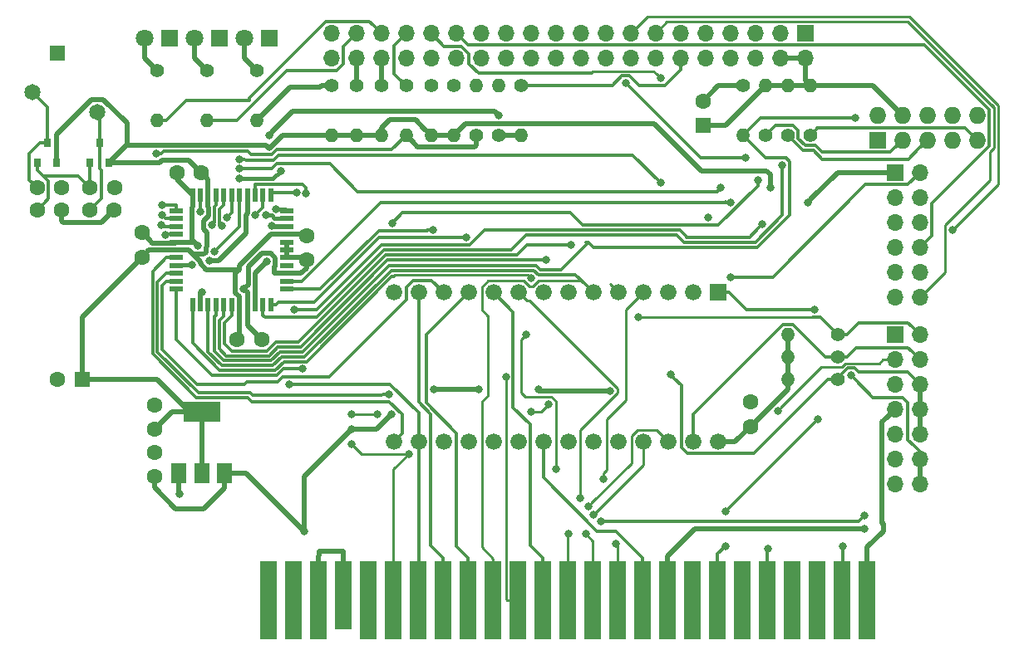
<source format=gbr>
G04 #@! TF.GenerationSoftware,KiCad,Pcbnew,(5.1.5)-3*
G04 #@! TF.CreationDate,2020-10-12T17:18:37+01:00*
G04 #@! TF.ProjectId,MSXPi1,4d535850-6931-42e6-9b69-6361645f7063,rev?*
G04 #@! TF.SameCoordinates,Original*
G04 #@! TF.FileFunction,Copper,L1,Top*
G04 #@! TF.FilePolarity,Positive*
%FSLAX46Y46*%
G04 Gerber Fmt 4.6, Leading zero omitted, Abs format (unit mm)*
G04 Created by KiCad (PCBNEW (5.1.5)-3) date 2020-10-12 17:18:37*
%MOMM*%
%LPD*%
G04 APERTURE LIST*
%ADD10C,1.800000*%
%ADD11R,1.800000X1.800000*%
%ADD12C,1.600000*%
%ADD13R,1.600000X1.600000*%
%ADD14O,1.400000X1.400000*%
%ADD15C,1.400000*%
%ADD16R,1.800000X8.000000*%
%ADD17R,1.800000X7.000000*%
%ADD18O,1.700000X1.700000*%
%ADD19R,1.700000X1.700000*%
%ADD20O,1.727200X1.727200*%
%ADD21R,1.727200X1.727200*%
%ADD22C,1.650000*%
%ADD23R,1.650000X1.650000*%
%ADD24R,0.800000X0.900000*%
%ADD25C,1.676400*%
%ADD26R,1.676400X1.676400*%
%ADD27R,1.500000X2.000000*%
%ADD28R,3.800000X2.000000*%
%ADD29R,0.508000X1.473200*%
%ADD30R,1.473200X0.508000*%
%ADD31C,0.800000*%
%ADD32C,0.500000*%
%ADD33C,0.350000*%
%ADD34C,0.300000*%
%ADD35C,0.250000*%
%ADD36C,0.400000*%
G04 APERTURE END LIST*
D10*
X113030000Y-70358000D03*
D11*
X115570000Y-70358000D03*
D12*
X164846000Y-76748000D03*
D13*
X164846000Y-79248000D03*
D14*
X129540000Y-80264000D03*
D15*
X129540000Y-75184000D03*
D12*
X107696000Y-90170000D03*
X107696000Y-92670000D03*
D16*
X120613296Y-127670829D03*
X123153296Y-127670829D03*
X125693296Y-127670829D03*
D17*
X128228216Y-127178069D03*
D16*
X130773296Y-127670829D03*
X133313296Y-127670829D03*
X135853296Y-127670829D03*
X138393296Y-127670829D03*
X140933296Y-127670829D03*
X143473296Y-127670829D03*
X146013296Y-127670829D03*
X148553296Y-127670829D03*
X151093296Y-127670829D03*
X153633296Y-127670829D03*
X156173296Y-127670829D03*
X158713296Y-127670829D03*
X161253296Y-127670829D03*
X163793296Y-127670829D03*
X166333296Y-127670829D03*
X168873296Y-127670829D03*
X171413296Y-127670829D03*
X173953296Y-127670829D03*
X176493296Y-127670829D03*
X179033296Y-127670829D03*
X181573296Y-127670829D03*
D18*
X186944000Y-96774000D03*
X184404000Y-96774000D03*
X186944000Y-94234000D03*
X184404000Y-94234000D03*
X186944000Y-91694000D03*
X184404000Y-91694000D03*
X186944000Y-89154000D03*
X184404000Y-89154000D03*
X186944000Y-86614000D03*
X184404000Y-86614000D03*
X186944000Y-84074000D03*
D19*
X184404000Y-84074000D03*
D20*
X192786000Y-78232000D03*
X192786000Y-80772000D03*
X190246000Y-78232000D03*
X190246000Y-80772000D03*
X187706000Y-78232000D03*
X187706000Y-80772000D03*
X185166000Y-78232000D03*
X185166000Y-80772000D03*
X182626000Y-78232000D03*
D21*
X182626000Y-80772000D03*
D22*
X96560000Y-75882000D03*
X103160000Y-77882000D03*
D23*
X99060000Y-71882000D03*
D14*
X141732000Y-75184000D03*
D15*
X141732000Y-80264000D03*
D14*
X134620000Y-80264000D03*
D15*
X134620000Y-75184000D03*
D14*
X144018000Y-75184000D03*
D15*
X144018000Y-80264000D03*
D14*
X146304000Y-80264000D03*
D15*
X146304000Y-75184000D03*
D24*
X98044000Y-81042000D03*
X98994000Y-83042000D03*
X97094000Y-83042000D03*
X103378000Y-81042000D03*
X104328000Y-83042000D03*
X102428000Y-83042000D03*
D12*
X99528000Y-85598000D03*
X97028000Y-85598000D03*
X104902000Y-85598000D03*
X102402000Y-85598000D03*
X104862000Y-87884000D03*
X102362000Y-87884000D03*
X99528000Y-87884000D03*
X97028000Y-87884000D03*
D14*
X109220000Y-78740000D03*
D15*
X109220000Y-73660000D03*
D14*
X114300000Y-78740000D03*
D15*
X114300000Y-73660000D03*
D10*
X107950000Y-70358000D03*
D11*
X110490000Y-70358000D03*
D25*
X166370000Y-111506000D03*
X163830000Y-111506000D03*
X161290000Y-111506000D03*
X158750000Y-111506000D03*
X156210000Y-111506000D03*
X153670000Y-111506000D03*
X151130000Y-111506000D03*
X148590000Y-111506000D03*
X146050000Y-111506000D03*
X143510000Y-111506000D03*
X140970000Y-111506000D03*
X138430000Y-111506000D03*
X135890000Y-111506000D03*
X133350000Y-111506000D03*
X133350000Y-96266000D03*
X135890000Y-96266000D03*
X138430000Y-96266000D03*
X140970000Y-96266000D03*
X143510000Y-96266000D03*
X146050000Y-96266000D03*
X148590000Y-96266000D03*
X151130000Y-96266000D03*
X153670000Y-96266000D03*
X156210000Y-96266000D03*
X158750000Y-96266000D03*
X161290000Y-96266000D03*
X163830000Y-96266000D03*
D26*
X166370000Y-96266000D03*
D14*
X173482000Y-105156000D03*
D15*
X178562000Y-105156000D03*
D14*
X173482000Y-100584000D03*
D15*
X178562000Y-100584000D03*
D14*
X173482000Y-102870000D03*
D15*
X178562000Y-102870000D03*
D18*
X186944000Y-115824000D03*
X184404000Y-115824000D03*
X186944000Y-113284000D03*
X184404000Y-113284000D03*
X186944000Y-110744000D03*
X184404000Y-110744000D03*
X186944000Y-108204000D03*
X184404000Y-108204000D03*
X186944000Y-105664000D03*
X184404000Y-105664000D03*
X186944000Y-103124000D03*
X184404000Y-103124000D03*
X186944000Y-100584000D03*
D19*
X184404000Y-100584000D03*
D14*
X175768000Y-75184000D03*
D15*
X175768000Y-80264000D03*
D18*
X127000000Y-72390000D03*
X127000000Y-69850000D03*
X129540000Y-72390000D03*
X129540000Y-69850000D03*
X132080000Y-72390000D03*
X132080000Y-69850000D03*
X134620000Y-72390000D03*
X134620000Y-69850000D03*
X137160000Y-72390000D03*
X137160000Y-69850000D03*
X139700000Y-72390000D03*
X139700000Y-69850000D03*
X142240000Y-72390000D03*
X142240000Y-69850000D03*
X144780000Y-72390000D03*
X144780000Y-69850000D03*
X147320000Y-72390000D03*
X147320000Y-69850000D03*
X149860000Y-72390000D03*
X149860000Y-69850000D03*
X152400000Y-72390000D03*
X152400000Y-69850000D03*
X154940000Y-72390000D03*
X154940000Y-69850000D03*
X157480000Y-72390000D03*
X157480000Y-69850000D03*
X160020000Y-72390000D03*
X160020000Y-69850000D03*
X162560000Y-72390000D03*
X162560000Y-69850000D03*
X165100000Y-72390000D03*
X165100000Y-69850000D03*
X167640000Y-72390000D03*
X167640000Y-69850000D03*
X170180000Y-72390000D03*
X170180000Y-69850000D03*
X172720000Y-72390000D03*
X172720000Y-69850000D03*
X175260000Y-72390000D03*
D19*
X175260000Y-69850000D03*
D12*
X99100000Y-105156000D03*
D13*
X101600000Y-105156000D03*
D14*
X119380000Y-78740000D03*
D15*
X119380000Y-73660000D03*
D14*
X173482000Y-75184000D03*
D15*
X173482000Y-80264000D03*
D14*
X171196000Y-75184000D03*
D15*
X171196000Y-80264000D03*
D14*
X168910000Y-80264000D03*
D15*
X168910000Y-75184000D03*
D27*
X111492000Y-114758000D03*
X116092000Y-114758000D03*
X113792000Y-114758000D03*
D28*
X113792000Y-108458000D03*
D11*
X120650000Y-70358000D03*
D10*
X118110000Y-70358000D03*
D12*
X108966000Y-110236000D03*
X108966000Y-107736000D03*
X108966000Y-112562000D03*
X108966000Y-115062000D03*
X117388000Y-101092000D03*
X119888000Y-101092000D03*
X124460000Y-92964000D03*
X124460000Y-90464000D03*
X113752000Y-84074000D03*
X111252000Y-84074000D03*
X169672000Y-107442000D03*
X169672000Y-109942000D03*
D15*
X127000000Y-75184000D03*
D14*
X127000000Y-80264000D03*
X132080000Y-80264000D03*
D15*
X132080000Y-75184000D03*
X139446000Y-75184000D03*
D14*
X139446000Y-80264000D03*
D15*
X137160000Y-75184000D03*
D14*
X137160000Y-80264000D03*
D29*
X120827800Y-86334600D03*
X120040400Y-86334600D03*
X119227600Y-86334600D03*
X118440200Y-86334600D03*
X117627400Y-86334600D03*
X116840000Y-86334600D03*
X116052600Y-86334600D03*
X115239800Y-86334600D03*
X114452400Y-86334600D03*
X113639600Y-86334600D03*
X112852200Y-86334600D03*
D30*
X111226600Y-87960200D03*
X111226600Y-88747600D03*
X111226600Y-89560400D03*
X111226600Y-90347800D03*
X111226600Y-91160600D03*
X111226600Y-91948000D03*
X111226600Y-92735400D03*
X111226600Y-93548200D03*
X111226600Y-94335600D03*
X111226600Y-95148400D03*
X111226600Y-95935800D03*
D29*
X112852200Y-97561400D03*
X113639600Y-97561400D03*
X114452400Y-97561400D03*
X115239800Y-97561400D03*
X116052600Y-97561400D03*
X116840000Y-97561400D03*
X117627400Y-97561400D03*
X118440200Y-97561400D03*
X119227600Y-97561400D03*
X120040400Y-97561400D03*
X120827800Y-97561400D03*
D30*
X122453400Y-95935800D03*
X122453400Y-95148400D03*
X122453400Y-94335600D03*
X122453400Y-93548200D03*
X122453400Y-92735400D03*
X122453400Y-91948000D03*
X122453400Y-91160600D03*
X122453400Y-90347800D03*
X122453400Y-89560400D03*
X122453400Y-88747600D03*
X122453400Y-87960200D03*
D31*
X124206000Y-120650000D03*
X141986000Y-106171999D03*
X137414000Y-106172006D03*
X155356919Y-106308555D03*
X129032000Y-110236000D03*
X133096000Y-108712000D03*
X148082000Y-106172000D03*
X175514000Y-87122000D03*
X171704008Y-85598000D03*
X123444000Y-86106000D03*
X133200528Y-89209021D03*
X115822653Y-89508953D03*
X170434000Y-84836000D03*
X172961801Y-83306289D03*
X180340000Y-78486000D03*
X151384000Y-91453010D03*
X147346043Y-94815190D03*
X144780000Y-104902000D03*
X148844028Y-92964000D03*
X149860004Y-114300000D03*
X146812000Y-100584006D03*
X137370978Y-89934013D03*
X152383060Y-117228883D03*
X140716000Y-90678000D03*
X154686000Y-115316000D03*
X155956000Y-121920000D03*
X119281725Y-88428149D03*
X113649520Y-88084163D03*
X181297716Y-119029822D03*
X154432000Y-119634000D03*
X116349550Y-88659010D03*
X132858303Y-106644394D03*
X109728000Y-87391987D03*
X122682000Y-105663996D03*
X131660362Y-108726192D03*
X129032004Y-108712000D03*
X124085478Y-104084979D03*
X114829986Y-89387976D03*
X111506000Y-116840000D03*
X167640000Y-94742000D03*
X113792000Y-96266000D03*
X114568021Y-93017321D03*
X113389872Y-91537283D03*
X118097315Y-95930543D03*
X176530000Y-109220000D03*
X167132000Y-118618000D03*
X167132000Y-122174000D03*
X123190000Y-98044000D03*
X115073902Y-92109344D03*
X170908947Y-89361023D03*
X110096039Y-90394667D03*
X166683266Y-85584590D03*
X117611408Y-83679989D03*
X124442021Y-86169069D03*
X120416799Y-93158769D03*
X120343960Y-88426590D03*
X121390421Y-87786348D03*
X112776000Y-93472000D03*
X121826939Y-83897950D03*
X117600979Y-84679946D03*
X120904000Y-89484012D03*
X134874000Y-112776000D03*
X109663594Y-89389936D03*
X129032000Y-111760002D03*
X153156968Y-118102770D03*
X151130000Y-120904000D03*
X153728242Y-118923543D03*
X152908000Y-120904000D03*
X181297716Y-120370564D03*
X172477990Y-108354610D03*
X109728000Y-88392000D03*
X165401529Y-88628449D03*
X160528002Y-85084579D03*
X117602000Y-82680021D03*
X171450000Y-122428000D03*
X167640000Y-87122000D03*
X179070000Y-122174000D03*
X179936662Y-104752662D03*
X176240274Y-98032010D03*
X149098000Y-107696000D03*
X158241996Y-98806000D03*
X147320000Y-108458000D03*
X161544000Y-104648000D03*
X144018004Y-78232000D03*
X120650000Y-80264004D03*
X109152695Y-82130010D03*
X160528000Y-74422000D03*
X156972000Y-74930000D03*
X169164004Y-82550000D03*
X190246000Y-89916000D03*
D32*
X171196000Y-75184000D02*
X173482000Y-75184000D01*
X173482000Y-75184000D02*
X175768000Y-75184000D01*
X175260000Y-74676000D02*
X175768000Y-75184000D01*
X175260000Y-72390000D02*
X175260000Y-74676000D01*
X172720000Y-72390000D02*
X175260000Y-72390000D01*
X168108000Y-111506000D02*
X169672000Y-109942000D01*
X166370000Y-111506000D02*
X168108000Y-111506000D01*
X173482000Y-100584000D02*
X173482000Y-102870000D01*
X173482000Y-102870000D02*
X173482000Y-105156000D01*
X116092000Y-114758000D02*
X118314000Y-114758000D01*
X118314000Y-114758000D02*
X124206000Y-120650000D01*
X108966000Y-116193370D02*
X111136630Y-118364000D01*
X108966000Y-115062000D02*
X108966000Y-116193370D01*
X113986000Y-118364000D02*
X116092000Y-116258000D01*
X116092000Y-116258000D02*
X116092000Y-114758000D01*
X111136630Y-118364000D02*
X113986000Y-118364000D01*
X182118000Y-75184000D02*
X185166000Y-78232000D01*
X175768000Y-75184000D02*
X182118000Y-75184000D01*
X173482000Y-106132000D02*
X173482000Y-105156000D01*
X169672000Y-109942000D02*
X173482000Y-106132000D01*
X141986000Y-106171999D02*
X137668007Y-106171999D01*
X167132000Y-79248000D02*
X164846000Y-79248000D01*
X171196000Y-75184000D02*
X167132000Y-79248000D01*
X128632001Y-110635999D02*
X129032000Y-110236000D01*
X124206000Y-115062000D02*
X128632001Y-110635999D01*
X124206000Y-120650000D02*
X124206000Y-115062000D01*
X131572000Y-110236000D02*
X133096000Y-108712000D01*
X129032000Y-110236000D02*
X131572000Y-110236000D01*
X155356919Y-106308555D02*
X148218555Y-106308555D01*
X148218555Y-106308555D02*
X148082000Y-106172000D01*
D33*
X104328000Y-83042000D02*
X105078000Y-83042000D01*
D32*
X139446000Y-80264000D02*
X137160000Y-80264000D01*
X110744000Y-108458000D02*
X113792000Y-108458000D01*
X108966000Y-110236000D02*
X110744000Y-108458000D01*
X113792000Y-113258000D02*
X113792000Y-108458000D01*
X113792000Y-114758000D02*
X113792000Y-113258000D01*
X129540000Y-80264000D02*
X132080000Y-80264000D01*
X127000000Y-80264000D02*
X129540000Y-80264000D01*
X112519989Y-108458000D02*
X113792000Y-108458000D01*
X109217989Y-105156000D02*
X112519989Y-108458000D01*
X101600000Y-105156000D02*
X109217989Y-105156000D01*
X136460001Y-79564001D02*
X137160000Y-80264000D01*
X135547998Y-78651998D02*
X136460001Y-79564001D01*
X132080000Y-80264000D02*
X132080000Y-79513996D01*
X132941998Y-78651998D02*
X135547998Y-78651998D01*
X132080000Y-79513996D02*
X132941998Y-78651998D01*
X124343800Y-90347800D02*
X124460000Y-90464000D01*
X122453400Y-90347800D02*
X124343800Y-90347800D01*
X112463200Y-91948000D02*
X111226600Y-91948000D01*
X108418000Y-91948000D02*
X111226600Y-91948000D01*
X107696000Y-92670000D02*
X108418000Y-91948000D01*
X117627400Y-100852600D02*
X117388000Y-101092000D01*
X117627400Y-97561400D02*
X117627400Y-100852600D01*
X114452400Y-86334600D02*
X114452400Y-84774400D01*
X114452400Y-84774400D02*
X113752000Y-84074000D01*
X117627400Y-93580042D02*
X120859642Y-90347800D01*
X117627400Y-93937200D02*
X117627400Y-93580042D01*
X120859642Y-90347800D02*
X121216800Y-90347800D01*
X121216800Y-90347800D02*
X122453400Y-90347800D01*
X101600000Y-98766000D02*
X107696000Y-92670000D01*
X101600000Y-105156000D02*
X101600000Y-98766000D01*
X117240427Y-96329315D02*
X117240427Y-94324173D01*
X117627400Y-96716288D02*
X117240427Y-96329315D01*
X117240427Y-94324173D02*
X117627400Y-93937200D01*
X117627400Y-97561400D02*
X117627400Y-96716288D01*
X112463200Y-91948000D02*
X113626001Y-93110801D01*
X113626001Y-93110801D02*
X113626001Y-93332093D01*
X113626001Y-93332093D02*
X114231108Y-93937200D01*
X114231108Y-93937200D02*
X117627400Y-93937200D01*
X114499527Y-88460431D02*
X113979984Y-88979974D01*
X114328342Y-91596900D02*
X114223900Y-91701342D01*
X114223900Y-91701342D02*
X114223900Y-92159458D01*
X114452400Y-87571200D02*
X114499527Y-87618327D01*
X112923313Y-92408113D02*
X112463200Y-91948000D01*
X114223900Y-92159458D02*
X113975245Y-92408113D01*
X113975245Y-92408113D02*
X112923313Y-92408113D01*
X113979984Y-89795978D02*
X114328342Y-90144336D01*
X113979984Y-88979974D02*
X113979984Y-89795978D01*
X114499527Y-87618327D02*
X114499527Y-88460431D01*
X114452400Y-86334600D02*
X114452400Y-87571200D01*
X114328342Y-90144336D02*
X114328342Y-91596900D01*
X175913999Y-86722001D02*
X175514000Y-87122000D01*
X184404000Y-84074000D02*
X178562000Y-84074000D01*
X178562000Y-84074000D02*
X175913999Y-86722001D01*
X164691998Y-83908002D02*
X171341679Y-83908002D01*
X139446000Y-80264000D02*
X140627998Y-79082002D01*
X159865998Y-79082002D02*
X164691998Y-83908002D01*
X171341679Y-83908002D02*
X171704008Y-84270331D01*
X140627998Y-79082002D02*
X159865998Y-79082002D01*
X171704008Y-84270331D02*
X171704008Y-85032315D01*
X171704008Y-85032315D02*
X171704008Y-85598000D01*
X122017390Y-80264000D02*
X127000000Y-80264000D01*
X120659388Y-81622002D02*
X122017390Y-80264000D01*
X120317386Y-81280000D02*
X120659388Y-81622002D01*
X104328000Y-83042000D02*
X106090000Y-81280000D01*
X113752000Y-84074000D02*
X112482000Y-82804000D01*
X105228000Y-83042000D02*
X104328000Y-83042000D01*
X109498707Y-83042000D02*
X105228000Y-83042000D01*
X109736707Y-82804000D02*
X109498707Y-83042000D01*
X112482000Y-82804000D02*
X109736707Y-82804000D01*
X106172000Y-79006998D02*
X106172000Y-81280000D01*
X103772001Y-76606999D02*
X106172000Y-79006998D01*
X98994000Y-80160998D02*
X102547999Y-76606999D01*
X102547999Y-76606999D02*
X103772001Y-76606999D01*
X98994000Y-83042000D02*
X98994000Y-80160998D01*
X106172000Y-81280000D02*
X120317386Y-81280000D01*
X106090000Y-81280000D02*
X106172000Y-81280000D01*
X118110000Y-72390000D02*
X119380000Y-73660000D01*
X118110000Y-70358000D02*
X118110000Y-72390000D01*
D34*
X121056400Y-86106000D02*
X120827800Y-86334600D01*
X123444000Y-86106000D02*
X121056400Y-86106000D01*
D33*
X176467999Y-79564001D02*
X175768000Y-80264000D01*
X176498601Y-79533399D02*
X176467999Y-79564001D01*
X191547399Y-79533399D02*
X176498601Y-79533399D01*
X192786000Y-80772000D02*
X191547399Y-79533399D01*
D34*
X176142014Y-81814012D02*
X177026000Y-82697998D01*
X175032012Y-81814012D02*
X176142014Y-81814012D01*
X177026000Y-82697998D02*
X185780002Y-82697998D01*
X185780002Y-82697998D02*
X186842401Y-81635599D01*
X173482000Y-80264000D02*
X175032012Y-81814012D01*
X186842401Y-81635599D02*
X187706000Y-80772000D01*
X116052600Y-87371200D02*
X115599549Y-87824251D01*
X115599549Y-87824251D02*
X115599549Y-89285849D01*
X116052600Y-86334600D02*
X116052600Y-87371200D01*
X115599549Y-89285849D02*
X115822653Y-89508953D01*
X134259550Y-88149999D02*
X151321598Y-88149999D01*
X133200528Y-89209021D02*
X134259550Y-88149999D01*
X166436707Y-89398978D02*
X170434000Y-85401685D01*
X151321598Y-88149999D02*
X152570577Y-89398978D01*
X152570577Y-89398978D02*
X166436707Y-89398978D01*
X170434000Y-85401685D02*
X170434000Y-84836000D01*
X171196000Y-80264000D02*
X172246001Y-79213999D01*
X174532001Y-80582003D02*
X175263999Y-81314001D01*
X173986001Y-79213999D02*
X174532001Y-79759999D01*
X174532001Y-79759999D02*
X174532001Y-80582003D01*
X175263999Y-81314001D02*
X176349127Y-81314001D01*
X184302401Y-81635599D02*
X185166000Y-80772000D01*
X172246001Y-79213999D02*
X173986001Y-79213999D01*
X177020727Y-81985601D02*
X183952399Y-81985601D01*
X183952399Y-81985601D02*
X184302401Y-81635599D01*
X176349127Y-81314001D02*
X177020727Y-81985601D01*
X132326010Y-91955992D02*
X125488000Y-98794002D01*
X120040400Y-98598000D02*
X120040400Y-97561400D01*
X120236402Y-98794002D02*
X120040400Y-98598000D01*
X125488000Y-98794002D02*
X120236402Y-98794002D01*
X145295992Y-91955992D02*
X132326010Y-91955992D01*
D33*
X162166635Y-90424000D02*
X162933647Y-91191012D01*
X162933647Y-91191012D02*
X170174988Y-91191012D01*
X172961801Y-88404199D02*
X172961801Y-83871974D01*
X172961801Y-83871974D02*
X172961801Y-83306289D01*
X170174988Y-91191012D02*
X172961801Y-88404199D01*
X145295992Y-91955992D02*
X146827984Y-90424000D01*
X146827984Y-90424000D02*
X162166635Y-90424000D01*
D34*
X168910000Y-80264000D02*
X170688000Y-78486000D01*
X170688000Y-78486000D02*
X180340000Y-78486000D01*
X152915989Y-91193989D02*
X153162000Y-91186000D01*
X170392454Y-91716023D02*
X173711802Y-88396675D01*
X169609999Y-80963999D02*
X168910000Y-80264000D01*
X173711802Y-82946288D02*
X173321802Y-82556288D01*
X173321802Y-82556288D02*
X171202288Y-82556288D01*
X171202288Y-82556288D02*
X169609999Y-80963999D01*
X153162000Y-91186000D02*
X153692023Y-91716023D01*
X153692023Y-91716023D02*
X170392454Y-91716023D01*
X173711802Y-88396675D02*
X173711802Y-82946288D01*
X115239800Y-97561400D02*
X115239800Y-98598000D01*
X150379999Y-93968001D02*
X153162000Y-91186000D01*
X116051786Y-103242021D02*
X120854225Y-103242021D01*
X148315979Y-93968001D02*
X150379999Y-93968001D01*
X115078078Y-102268313D02*
X116051786Y-103242021D01*
X121761292Y-102334954D02*
X124068411Y-102334954D01*
X147868947Y-93520969D02*
X148315979Y-93968001D01*
X132882398Y-93520968D02*
X147868947Y-93520969D01*
X115239800Y-98598000D02*
X115078078Y-98759722D01*
X115078078Y-98759722D02*
X115078078Y-102268313D01*
X120854225Y-103242021D02*
X121761292Y-102334954D01*
X124068411Y-102334954D02*
X132882398Y-93520968D01*
D32*
X128228216Y-122682000D02*
X128228216Y-127178069D01*
X125730000Y-122682000D02*
X128228216Y-122682000D01*
X125730000Y-123134125D02*
X125730000Y-122682000D01*
X125693296Y-127670829D02*
X125693296Y-123170829D01*
X125693296Y-123170829D02*
X125730000Y-123134125D01*
D34*
X152831801Y-95427801D02*
X153670000Y-96266000D01*
D35*
X148088143Y-95102799D02*
X152506799Y-95102799D01*
X142951663Y-95102799D02*
X146608337Y-95102799D01*
X142965004Y-98717816D02*
X142323296Y-98076108D01*
X143473296Y-127670829D02*
X143473296Y-123420829D01*
X142323296Y-122270829D02*
X142323296Y-107415706D01*
X143473296Y-123420829D02*
X142323296Y-122270829D01*
X146608337Y-95102799D02*
X147169411Y-95663873D01*
X142323296Y-107415706D02*
X142965004Y-106773998D01*
X147169411Y-95663873D02*
X147527069Y-95663873D01*
X142323296Y-98076108D02*
X142323296Y-95731166D01*
X147527069Y-95663873D02*
X148088143Y-95102799D01*
X142323296Y-95731166D02*
X142951663Y-95102799D01*
X142965004Y-106773998D02*
X142965004Y-98717816D01*
X152506799Y-95102799D02*
X152831801Y-95427801D01*
D34*
X121061337Y-103742031D02*
X121968402Y-102834966D01*
X121968402Y-102834966D02*
X124275521Y-102834966D01*
X133089509Y-94020979D02*
X147649011Y-94020979D01*
X151872012Y-94468012D02*
X152831801Y-95427801D01*
X148096045Y-94468013D02*
X151872012Y-94468012D01*
X114452400Y-102349757D02*
X115844674Y-103742031D01*
X115844674Y-103742031D02*
X121061337Y-103742031D01*
X147649011Y-94020979D02*
X148096045Y-94468013D01*
X114452400Y-97561400D02*
X114452400Y-102349757D01*
X124275521Y-102834966D02*
X133089509Y-94020979D01*
D35*
X155371801Y-95427801D02*
X156210000Y-96266000D01*
D34*
X116840000Y-98598000D02*
X116078099Y-99359901D01*
X116078099Y-99359901D02*
X116078099Y-101484101D01*
X150818315Y-91453010D02*
X151384000Y-91453010D01*
X116078099Y-101484101D02*
X116835999Y-102242001D01*
X132508119Y-92481003D02*
X145930995Y-92481003D01*
X146958988Y-91453010D02*
X150818315Y-91453010D01*
X120440001Y-102242001D02*
X121347070Y-101334932D01*
X121347070Y-101334932D02*
X123654189Y-101334932D01*
X145930995Y-92481003D02*
X146958988Y-91453010D01*
X123654189Y-101334932D02*
X132508119Y-92481003D01*
X116840000Y-97561400D02*
X116840000Y-98598000D01*
X116835999Y-102242001D02*
X120440001Y-102242001D01*
D35*
X144863296Y-127670829D02*
X144780000Y-127587533D01*
X144780000Y-105467685D02*
X144780000Y-104902000D01*
X146013296Y-127670829D02*
X144863296Y-127670829D01*
X144780000Y-127587533D02*
X144780000Y-105467685D01*
X133473243Y-94495990D02*
X147026843Y-94495990D01*
X147026843Y-94495990D02*
X147346043Y-94815190D01*
X133316445Y-94652788D02*
X133473243Y-94495990D01*
D34*
X133139822Y-94677788D02*
X133316445Y-94677787D01*
X112852200Y-97561400D02*
X112852200Y-101456679D01*
X124482633Y-103334977D02*
X133139822Y-94677788D01*
X112852200Y-101456679D02*
X115637562Y-104242041D01*
X115637562Y-104242041D02*
X121268449Y-104242041D01*
X122175513Y-103334977D02*
X124482633Y-103334977D01*
X121268449Y-104242041D02*
X122175513Y-103334977D01*
D35*
X146412001Y-100984005D02*
X146812000Y-100584006D01*
X146717998Y-106897002D02*
X146340998Y-106520002D01*
X146340998Y-106520002D02*
X146340998Y-101055008D01*
X149860004Y-107367601D02*
X149389405Y-106897002D01*
X149389405Y-106897002D02*
X146717998Y-106897002D01*
X149860004Y-114300000D02*
X149860004Y-107367601D01*
X146340998Y-101055008D02*
X146412001Y-100984005D01*
D34*
X116258898Y-102742011D02*
X120647113Y-102742011D01*
X148278343Y-92964000D02*
X148844028Y-92964000D01*
X115578088Y-99152790D02*
X115578088Y-102061201D01*
X115578088Y-102061201D02*
X116258898Y-102742011D01*
X116052600Y-98678278D02*
X115578088Y-99152790D01*
X132715230Y-92981014D02*
X148261329Y-92981014D01*
X116052600Y-97561400D02*
X116052600Y-98678278D01*
X121554181Y-101834943D02*
X123861300Y-101834943D01*
X123861300Y-101834943D02*
X132715230Y-92981014D01*
X148261329Y-92981014D02*
X148278343Y-92964000D01*
X120647113Y-102742011D02*
X121554181Y-101834943D01*
X136805293Y-89934013D02*
X137370978Y-89934013D01*
X131857379Y-89959022D02*
X136780284Y-89959022D01*
X136780284Y-89959022D02*
X136805293Y-89934013D01*
X125880601Y-95935800D02*
X131857379Y-89959022D01*
X122453400Y-95935800D02*
X125880601Y-95935800D01*
X147238201Y-109740205D02*
X147238201Y-122055734D01*
X143510000Y-96266000D02*
X145530001Y-98286001D01*
X148553296Y-123370829D02*
X148553296Y-127670829D01*
X145530001Y-108032005D02*
X147238201Y-109740205D01*
X147238201Y-122055734D02*
X148553296Y-123370829D01*
X145530001Y-98286001D02*
X145530001Y-108032005D01*
D35*
X152383060Y-116663198D02*
X152383060Y-117228883D01*
X156173001Y-106099317D02*
X156173001Y-106520001D01*
X146888199Y-97104199D02*
X147177883Y-97104199D01*
X156173001Y-106520001D02*
X152383060Y-110309942D01*
X152383060Y-110309942D02*
X152383060Y-116663198D01*
X147177883Y-97104199D02*
X156173001Y-106099317D01*
X146050000Y-96266000D02*
X146888199Y-97104199D01*
D34*
X120827800Y-97561400D02*
X121381800Y-97561400D01*
X125264880Y-97293998D02*
X131849855Y-90709023D01*
X121381800Y-97561400D02*
X121649202Y-97293998D01*
X121649202Y-97293998D02*
X125264880Y-97293998D01*
D33*
X140684977Y-90709023D02*
X140716000Y-90678000D01*
X131849855Y-90709023D02*
X140684977Y-90709023D01*
D35*
X156173296Y-122137296D02*
X155956000Y-121920000D01*
X156173296Y-127670829D02*
X156173296Y-122137296D01*
X158750000Y-96266000D02*
X156972000Y-98044000D01*
X154686000Y-114750315D02*
X155034002Y-114402313D01*
X156972000Y-98044000D02*
X156972000Y-101092000D01*
X156972000Y-107245004D02*
X156972000Y-101657685D01*
X154686000Y-115316000D02*
X154686000Y-114750315D01*
X156972000Y-101657685D02*
X156972000Y-101092000D01*
X155034002Y-114402313D02*
X155034002Y-109183002D01*
X155034002Y-109183002D02*
X156972000Y-107245004D01*
D34*
X120040400Y-87669474D02*
X119281725Y-88428149D01*
X120040400Y-86334600D02*
X120040400Y-87669474D01*
X113639600Y-86334600D02*
X113639600Y-88074243D01*
X113639600Y-88074243D02*
X113649520Y-88084163D01*
X181297716Y-119029822D02*
X180693538Y-119634000D01*
X180693538Y-119634000D02*
X154432000Y-119634000D01*
X139733296Y-110617298D02*
X139733296Y-122170829D01*
X139733296Y-122170829D02*
X140933296Y-123370829D01*
X140933296Y-123370829D02*
X140933296Y-127670829D01*
X140970000Y-96266000D02*
X136663999Y-100572001D01*
X136663999Y-100572001D02*
X136663999Y-107548001D01*
X136663999Y-107548001D02*
X139733296Y-110617298D01*
D33*
X116840000Y-88168560D02*
X116349550Y-88659010D01*
X116840000Y-86334600D02*
X116840000Y-88168560D01*
D34*
X132292618Y-106644394D02*
X132858303Y-106644394D01*
X119019998Y-106792082D02*
X132144930Y-106792082D01*
X118726940Y-106499024D02*
X119019998Y-106792082D01*
X113466780Y-106499024D02*
X118726940Y-106499024D01*
X110190000Y-94335600D02*
X109293978Y-95231622D01*
X132144930Y-106792082D02*
X132292618Y-106644394D01*
X109293978Y-95231622D02*
X109293978Y-102326222D01*
X109293978Y-102326222D02*
X113466780Y-106499024D01*
X111226600Y-94335600D02*
X110190000Y-94335600D01*
X135890000Y-127634125D02*
X135853296Y-127670829D01*
X135890000Y-111506000D02*
X135890000Y-127634125D01*
X111212387Y-87391987D02*
X110293685Y-87391987D01*
X111226600Y-87960200D02*
X111226600Y-87406200D01*
X111226600Y-87406200D02*
X111212387Y-87391987D01*
X110293685Y-87391987D02*
X109728000Y-87391987D01*
D33*
X135890000Y-111506000D02*
X135890000Y-108580060D01*
X132973936Y-105663996D02*
X123247685Y-105663996D01*
X135890000Y-108580060D02*
X132973936Y-105663996D01*
X123247685Y-105663996D02*
X122682000Y-105663996D01*
D35*
X131660362Y-108726192D02*
X129046196Y-108726192D01*
X129046196Y-108726192D02*
X129032004Y-108712000D01*
D34*
X111226600Y-101101086D02*
X114867565Y-104742051D01*
X111226600Y-95935800D02*
X111226600Y-101101086D01*
X121475561Y-104742051D02*
X122132633Y-104084979D01*
X122132633Y-104084979D02*
X123519793Y-104084979D01*
X123519793Y-104084979D02*
X124085478Y-104084979D01*
X114867565Y-104742051D02*
X121475561Y-104742051D01*
X137078201Y-122055734D02*
X138393296Y-123370829D01*
X137078201Y-108669325D02*
X137078201Y-122055734D01*
X135890000Y-107481124D02*
X137078201Y-108669325D01*
X135890000Y-96266000D02*
X135890000Y-107481124D01*
X138393296Y-123370829D02*
X138393296Y-127670829D01*
X115099538Y-87511462D02*
X115099538Y-89118424D01*
X115099538Y-89118424D02*
X114829986Y-89387976D01*
X115239800Y-86334600D02*
X115239800Y-87371200D01*
X115239800Y-87371200D02*
X115099538Y-87511462D01*
X118519837Y-106999035D02*
X118924190Y-107403388D01*
X132910176Y-107403388D02*
X134188199Y-108681411D01*
X134188199Y-108681411D02*
X134188199Y-110667801D01*
X134188199Y-110667801D02*
X133350000Y-111506000D01*
X111226600Y-92735400D02*
X110190000Y-92735400D01*
X108793968Y-102533334D02*
X113259669Y-106999035D01*
X108793967Y-94131433D02*
X108793968Y-102533334D01*
X113259669Y-106999035D02*
X118519837Y-106999035D01*
X118924190Y-107403388D02*
X132910176Y-107403388D01*
X110190000Y-92735400D02*
X108793967Y-94131433D01*
X110190000Y-95148400D02*
X111226600Y-95148400D01*
X109793988Y-95544412D02*
X110190000Y-95148400D01*
X109793988Y-102119110D02*
X109793988Y-95544412D01*
X113298928Y-105624050D02*
X109793988Y-102119110D01*
X118149950Y-105624050D02*
X113298928Y-105624050D01*
X118364000Y-105410000D02*
X118149950Y-105624050D01*
D33*
X122071092Y-104888996D02*
X121550088Y-105410000D01*
X123307986Y-104888996D02*
X122071092Y-104888996D01*
X123307992Y-104888990D02*
X123307986Y-104888996D01*
X121550088Y-105410000D02*
X118364000Y-105410000D01*
X126759004Y-104888996D02*
X123307992Y-104888990D01*
X137216799Y-95052799D02*
X135307663Y-95052799D01*
X138430000Y-96266000D02*
X137216799Y-95052799D01*
X135307663Y-95052799D02*
X134620000Y-95740462D01*
X134620000Y-97028000D02*
X126759004Y-104888996D01*
X134620000Y-95740462D02*
X134620000Y-97028000D01*
X97827999Y-87084001D02*
X97028000Y-87884000D01*
X98203001Y-86708999D02*
X97827999Y-87084001D01*
X98203001Y-84951001D02*
X98203001Y-86708999D01*
X97094000Y-83842000D02*
X98203001Y-84951001D01*
X97094000Y-83042000D02*
X97094000Y-83842000D01*
X102428000Y-85572000D02*
X102402000Y-85598000D01*
X102428000Y-83042000D02*
X102428000Y-85572000D01*
D32*
X111492000Y-114758000D02*
X111492000Y-116826000D01*
X111492000Y-116826000D02*
X111506000Y-116840000D01*
X166410000Y-75184000D02*
X164846000Y-76748000D01*
X168910000Y-75184000D02*
X166410000Y-75184000D01*
D33*
X97674999Y-84422999D02*
X101226999Y-84422999D01*
X97094000Y-83842000D02*
X97674999Y-84422999D01*
X101226999Y-84422999D02*
X101602001Y-84798001D01*
X101602001Y-84798001D02*
X102402000Y-85598000D01*
D32*
X124231400Y-92735400D02*
X124460000Y-92964000D01*
X122453400Y-92735400D02*
X124231400Y-92735400D01*
X122453400Y-92735400D02*
X122453400Y-91160600D01*
X111252000Y-84734400D02*
X112852200Y-86334600D01*
X111252000Y-84074000D02*
X111252000Y-84734400D01*
X118440200Y-99644200D02*
X119888000Y-101092000D01*
X118440200Y-97561400D02*
X118440200Y-99644200D01*
X123941860Y-94335600D02*
X124460000Y-93817460D01*
X124460000Y-93817460D02*
X124460000Y-92964000D01*
X122453400Y-94335600D02*
X123941860Y-94335600D01*
X108773990Y-91247990D02*
X108495999Y-90969999D01*
X111143201Y-91243999D02*
X110129999Y-91243999D01*
X110129999Y-91243999D02*
X110126008Y-91247990D01*
X110126008Y-91247990D02*
X108773990Y-91247990D01*
X111226600Y-91160600D02*
X111143201Y-91243999D01*
X108495999Y-90969999D02*
X107696000Y-90170000D01*
D34*
X185743999Y-85274001D02*
X181425999Y-85274001D01*
X186944000Y-84074000D02*
X185743999Y-85274001D01*
X171958000Y-94742000D02*
X167640000Y-94742000D01*
X181425999Y-85274001D02*
X171958000Y-94742000D01*
D32*
X113639600Y-96418400D02*
X113792000Y-96266000D01*
X113639600Y-97561400D02*
X113639600Y-96418400D01*
X115133706Y-93017321D02*
X114568021Y-93017321D01*
X118275999Y-90246005D02*
X115504683Y-93017321D01*
X118444013Y-88238534D02*
X118275999Y-88406548D01*
X118444013Y-86338413D02*
X118444013Y-88238534D01*
X115504683Y-93017321D02*
X115133706Y-93017321D01*
X113013189Y-91160600D02*
X113389872Y-91537283D01*
X118275999Y-88406548D02*
X118275999Y-90246005D01*
X118440200Y-86334600D02*
X118444013Y-86338413D01*
X111226600Y-91160600D02*
X113013189Y-91160600D01*
X121266799Y-92750765D02*
X120824803Y-92308769D01*
X122453400Y-94335600D02*
X121216800Y-94335600D01*
X120824803Y-92308769D02*
X119892808Y-92308769D01*
X118527589Y-95500269D02*
X118097315Y-95930543D01*
X121216800Y-94335600D02*
X121216800Y-93651525D01*
X118527589Y-93673988D02*
X118527589Y-95500269D01*
X121266799Y-93601526D02*
X121266799Y-92750765D01*
X118440200Y-96273428D02*
X118097315Y-95930543D01*
X121216800Y-93651525D02*
X121266799Y-93601526D01*
X119892808Y-92308769D02*
X118527589Y-93673988D01*
X118440200Y-97561400D02*
X118440200Y-96273428D01*
X112852200Y-86334600D02*
X112852200Y-87571200D01*
X112799518Y-90946929D02*
X112989873Y-91137284D01*
X112799518Y-87623882D02*
X112799518Y-90946929D01*
X112852200Y-87571200D02*
X112799518Y-87623882D01*
X112989873Y-91137284D02*
X113389872Y-91537283D01*
D34*
X176530000Y-109220000D02*
X167132000Y-118618000D01*
X166333296Y-122972704D02*
X166333296Y-127670829D01*
X167132000Y-122174000D02*
X166333296Y-122972704D01*
X163151113Y-90666002D02*
X163310002Y-90666002D01*
X117627400Y-86334600D02*
X117627400Y-89555846D01*
X117627400Y-89555846D02*
X115073902Y-92109344D01*
X163310002Y-90666002D02*
X169603968Y-90666002D01*
X170508948Y-89761022D02*
X170908947Y-89361023D01*
X169603968Y-90666002D02*
X170508948Y-89761022D01*
X141076002Y-91428002D02*
X132091998Y-91428002D01*
X123755685Y-98044000D02*
X123190000Y-98044000D01*
X162542989Y-89898989D02*
X142605015Y-89898989D01*
X142605015Y-89898989D02*
X141076002Y-91428002D01*
X125476000Y-98044000D02*
X123755685Y-98044000D01*
X163310002Y-90666002D02*
X162542989Y-89898989D01*
X132091998Y-91428002D02*
X125476000Y-98044000D01*
X111226600Y-90347800D02*
X110142906Y-90347800D01*
X110142906Y-90347800D02*
X110096039Y-90394667D01*
X166683266Y-85584590D02*
X166283267Y-85984589D01*
X166283267Y-85984589D02*
X129679988Y-85984589D01*
X120934898Y-83679989D02*
X118177093Y-83679989D01*
X118177093Y-83679989D02*
X117611408Y-83679989D01*
X129679988Y-85984589D02*
X126843348Y-83147949D01*
X126843348Y-83147949D02*
X121466938Y-83147949D01*
X121466938Y-83147949D02*
X120934898Y-83679989D01*
X124086636Y-85247999D02*
X124442021Y-85603384D01*
X119227600Y-85298000D02*
X119277601Y-85247999D01*
X119227600Y-86334600D02*
X119227600Y-85298000D01*
X124442021Y-85603384D02*
X124442021Y-86169069D01*
X119277601Y-85247999D02*
X124086636Y-85247999D01*
D32*
X119227600Y-97561400D02*
X119227600Y-94347968D01*
X119227600Y-94347968D02*
X120416799Y-93158769D01*
X122801999Y-75318001D02*
X119380000Y-78740000D01*
X125876050Y-75318001D02*
X122801999Y-75318001D01*
X127000000Y-75184000D02*
X126010051Y-75184000D01*
X126010051Y-75184000D02*
X125876050Y-75318001D01*
X129540000Y-72390000D02*
X129540000Y-75184000D01*
D36*
X120909645Y-88426590D02*
X120343960Y-88426590D01*
X122453400Y-88747600D02*
X121230655Y-88747600D01*
X121230655Y-88747600D02*
X120909645Y-88426590D01*
D32*
X132080000Y-72390000D02*
X132080000Y-75184000D01*
D36*
X121956106Y-87786348D02*
X121390421Y-87786348D01*
X122453400Y-87960200D02*
X122279548Y-87786348D01*
X122279548Y-87786348D02*
X121956106Y-87786348D01*
D32*
X137160000Y-72390000D02*
X137160000Y-72644000D01*
D36*
X111302800Y-93472000D02*
X111226600Y-93548200D01*
X112776000Y-93472000D02*
X111302800Y-93472000D01*
X121044943Y-84679946D02*
X118166664Y-84679946D01*
X121826939Y-83897950D02*
X121044943Y-84679946D01*
X118166664Y-84679946D02*
X117600979Y-84679946D01*
D32*
X120980388Y-89560400D02*
X120904000Y-89484012D01*
X122453400Y-89560400D02*
X120980388Y-89560400D01*
D35*
X133313296Y-114336704D02*
X133313296Y-127670829D01*
X134874000Y-112776000D02*
X133313296Y-114336704D01*
D34*
X109834058Y-89560400D02*
X109663594Y-89389936D01*
X111226600Y-89560400D02*
X109834058Y-89560400D01*
D35*
X134874000Y-112776000D02*
X130047998Y-112776000D01*
X130047998Y-112776000D02*
X129032000Y-111760002D01*
X153556967Y-117702771D02*
X153156968Y-118102770D01*
X160126799Y-110342799D02*
X158191663Y-110342799D01*
X158191663Y-110342799D02*
X157586799Y-110947663D01*
X157586799Y-110947663D02*
X157586799Y-113672939D01*
X157586799Y-113672939D02*
X153556967Y-117702771D01*
X161290000Y-111506000D02*
X160126799Y-110342799D01*
X151093296Y-120940704D02*
X151130000Y-120904000D01*
X151093296Y-127670829D02*
X151093296Y-120940704D01*
X158750000Y-111506000D02*
X158750000Y-113901785D01*
X158750000Y-113901785D02*
X153728242Y-118923543D01*
X153633296Y-121629296D02*
X152908000Y-120904000D01*
X153633296Y-127670829D02*
X153633296Y-121629296D01*
D34*
X154071999Y-120638001D02*
X155980468Y-120638001D01*
X148590000Y-111506000D02*
X148590000Y-115156002D01*
X158713296Y-123370829D02*
X158713296Y-127670829D01*
X155980468Y-120638001D02*
X158713296Y-123370829D01*
X148590000Y-115156002D02*
X154071999Y-120638001D01*
D32*
X180732031Y-120370564D02*
X181297716Y-120370564D01*
X164053561Y-120370564D02*
X180732031Y-120370564D01*
X161253296Y-127670829D02*
X161253296Y-123170829D01*
X161253296Y-123170829D02*
X164053561Y-120370564D01*
D35*
X176937599Y-103895001D02*
X172877989Y-107954611D01*
X172877989Y-107954611D02*
X172477990Y-108354610D01*
X183201919Y-103124000D02*
X182798269Y-103527650D01*
X184404000Y-103124000D02*
X183201919Y-103124000D01*
X179379906Y-103527650D02*
X179012555Y-103895001D01*
X179012555Y-103895001D02*
X176937599Y-103895001D01*
X182798269Y-103527650D02*
X179379906Y-103527650D01*
D34*
X110083600Y-88747600D02*
X109728000Y-88392000D01*
X111226600Y-88747600D02*
X110083600Y-88747600D01*
X157707447Y-82264024D02*
X121643741Y-82264024D01*
X121103765Y-82804000D02*
X118291664Y-82804000D01*
X160528002Y-85084579D02*
X157707447Y-82264024D01*
X118291664Y-82804000D02*
X118167685Y-82680021D01*
X118167685Y-82680021D02*
X117602000Y-82680021D01*
X121643741Y-82264024D02*
X121103765Y-82804000D01*
X171413296Y-127670829D02*
X171413296Y-122464704D01*
X171413296Y-122464704D02*
X171450000Y-122428000D01*
X167145173Y-87091628D02*
X167178479Y-87058322D01*
X167145173Y-87091628D02*
X167609628Y-87091628D01*
X167609628Y-87091628D02*
X167640000Y-87122000D01*
X122453400Y-95148400D02*
X123977602Y-95148400D01*
X167122791Y-87114010D02*
X167145173Y-87091628D01*
X123977602Y-95148400D02*
X132011992Y-87114010D01*
X132011992Y-87114010D02*
X167122791Y-87114010D01*
D32*
X184404000Y-101016002D02*
X184404000Y-100584000D01*
D34*
X179070000Y-127634125D02*
X179033296Y-127670829D01*
X179070000Y-122174000D02*
X179070000Y-127634125D01*
D32*
X186944000Y-115824000D02*
X186944000Y-113284000D01*
D34*
X186367999Y-111944001D02*
X185743999Y-111320001D01*
X185743999Y-111320001D02*
X185743999Y-110559999D01*
X186944000Y-113284000D02*
X186944000Y-112522000D01*
X186367999Y-111945999D02*
X186367999Y-111944001D01*
X186944000Y-112522000D02*
X186367999Y-111945999D01*
X185235999Y-107003999D02*
X182187999Y-107003999D01*
X180336661Y-105152661D02*
X179936662Y-104752662D01*
X185743999Y-107511999D02*
X185235999Y-107003999D01*
X185743999Y-110674001D02*
X185743999Y-107511999D01*
X182187999Y-107003999D02*
X180336661Y-105152661D01*
X167508200Y-96266000D02*
X169274210Y-98032010D01*
X175674589Y-98032010D02*
X176240274Y-98032010D01*
X169274210Y-98032010D02*
X175674589Y-98032010D01*
X166370000Y-96266000D02*
X167508200Y-96266000D01*
D32*
X183103999Y-109504001D02*
X183554001Y-109053999D01*
X181573296Y-122297246D02*
X183226009Y-120644533D01*
X181573296Y-127670829D02*
X181573296Y-122297246D01*
X183103999Y-119771457D02*
X183103999Y-109504001D01*
X183226009Y-119893467D02*
X183103999Y-119771457D01*
X183226009Y-120644533D02*
X183226009Y-119893467D01*
X183554001Y-109053999D02*
X184404000Y-108204000D01*
D34*
X179551949Y-100584000D02*
X180751950Y-99383999D01*
X185743999Y-99383999D02*
X186094001Y-99734001D01*
X178562000Y-100584000D02*
X179551949Y-100584000D01*
X180751950Y-99383999D02*
X185743999Y-99383999D01*
X186094001Y-99734001D02*
X186944000Y-100584000D01*
X176784000Y-98806000D02*
X176022000Y-98806000D01*
X178562000Y-100584000D02*
X176784000Y-98806000D01*
D35*
X176022000Y-98806000D02*
X158241996Y-98806000D01*
X149098000Y-107696000D02*
X148336000Y-108458000D01*
X148336000Y-108458000D02*
X147320000Y-108458000D01*
D34*
X185743999Y-101923999D02*
X186094001Y-102274001D01*
X180497950Y-101923999D02*
X185743999Y-101923999D01*
X179551949Y-102870000D02*
X180497950Y-101923999D01*
X186094001Y-102274001D02*
X186944000Y-103124000D01*
X178562000Y-102870000D02*
X179551949Y-102870000D01*
X163830000Y-110320607D02*
X163830000Y-111506000D01*
X177322002Y-102870000D02*
X173986001Y-99533999D01*
X178562000Y-102870000D02*
X177322002Y-102870000D01*
X173986001Y-99533999D02*
X172977999Y-99533999D01*
X163830000Y-108681998D02*
X163830000Y-110320607D01*
X172977999Y-99533999D02*
X163830000Y-108681998D01*
D32*
X186944000Y-110744000D02*
X186944000Y-105664000D01*
D34*
X178562000Y-105017322D02*
X179576661Y-104002661D01*
X180296663Y-104002661D02*
X180686663Y-104392661D01*
X178562000Y-105156000D02*
X178562000Y-105017322D01*
X186094001Y-104814001D02*
X186944000Y-105664000D01*
X180686663Y-104392661D02*
X185672661Y-104392661D01*
X179576661Y-104002661D02*
X180296663Y-104002661D01*
X185672661Y-104392661D02*
X186094001Y-104814001D01*
X170033850Y-112694201D02*
X163259663Y-112694201D01*
X177572051Y-105156000D02*
X170033850Y-112694201D01*
X163259663Y-112694201D02*
X162641799Y-112076337D01*
X162641799Y-105745799D02*
X161943999Y-105047999D01*
X178562000Y-105156000D02*
X177572051Y-105156000D01*
X161943999Y-105047999D02*
X161544000Y-104648000D01*
X162641799Y-112076337D02*
X162641799Y-105745799D01*
D32*
X113030000Y-72390000D02*
X114300000Y-73660000D01*
X113030000Y-70358000D02*
X113030000Y-72390000D01*
X107950000Y-72390000D02*
X109220000Y-73660000D01*
X107950000Y-70358000D02*
X107950000Y-72390000D01*
D33*
X125703949Y-73660000D02*
X126238000Y-73660000D01*
X128225001Y-72978001D02*
X128225001Y-71164999D01*
X128690001Y-70699999D02*
X129540000Y-69850000D01*
X126238000Y-73660000D02*
X127543002Y-73660000D01*
X128225001Y-71164999D02*
X128690001Y-70699999D01*
X127543002Y-73660000D02*
X128225001Y-72978001D01*
X125195949Y-73660000D02*
X125476000Y-73660000D01*
X125476000Y-73660000D02*
X126238000Y-73660000D01*
X122443832Y-73660000D02*
X125476000Y-73660000D01*
X117363832Y-78740000D02*
X122443832Y-73660000D01*
X114300000Y-78740000D02*
X117363832Y-78740000D01*
X110209949Y-78740000D02*
X112241949Y-76708000D01*
X109220000Y-78740000D02*
X110209949Y-78740000D01*
X112241949Y-76708000D02*
X118618000Y-76708000D01*
X131230001Y-69000001D02*
X132080000Y-69850000D01*
X126411999Y-68624999D02*
X130854999Y-68624999D01*
X118618000Y-76418998D02*
X126411999Y-68624999D01*
X130854999Y-68624999D02*
X131230001Y-69000001D01*
X118618000Y-76708000D02*
X118618000Y-76418998D01*
D32*
X144018000Y-80264000D02*
X146304000Y-80264000D01*
X103611999Y-89134001D02*
X104062001Y-88683999D01*
X99528000Y-89015370D02*
X99646631Y-89134001D01*
X104062001Y-88683999D02*
X104862000Y-87884000D01*
X99646631Y-89134001D02*
X103611999Y-89134001D01*
X99528000Y-87884000D02*
X99528000Y-89015370D01*
X123082003Y-77832001D02*
X121049999Y-79864005D01*
X143618005Y-77832001D02*
X123082003Y-77832001D01*
X121049999Y-79864005D02*
X120650000Y-80264004D01*
X144018004Y-78232000D02*
X143618005Y-77832001D01*
D33*
X103378000Y-78100000D02*
X103160000Y-77882000D01*
X103378000Y-81042000D02*
X103378000Y-78100000D01*
X103378000Y-81842000D02*
X103378000Y-81042000D01*
X103378000Y-83617002D02*
X103378000Y-81842000D01*
X103577001Y-83816003D02*
X103378000Y-83617002D01*
X103577001Y-86668999D02*
X103577001Y-83816003D01*
X102362000Y-87884000D02*
X103577001Y-86668999D01*
D32*
X135319999Y-80963999D02*
X134620000Y-80264000D01*
X135770001Y-81414001D02*
X135319999Y-80963999D01*
X141571948Y-81414001D02*
X135770001Y-81414001D01*
X141732000Y-81253949D02*
X141571948Y-81414001D01*
X141732000Y-80264000D02*
X141732000Y-81253949D01*
D33*
X109943379Y-81905011D02*
X109718380Y-82130010D01*
X118500612Y-81905011D02*
X109943379Y-81905011D01*
X121426275Y-81739013D02*
X120918276Y-82247013D01*
X133144987Y-81739013D02*
X121426275Y-81739013D01*
X109718380Y-82130010D02*
X109152695Y-82130010D01*
X118842614Y-82247013D02*
X118500612Y-81905011D01*
X120918276Y-82247013D02*
X118842614Y-82247013D01*
X134620000Y-80264000D02*
X133144987Y-81739013D01*
X97282000Y-76604000D02*
X96560000Y-75882000D01*
X97294000Y-81042000D02*
X98044000Y-81042000D01*
X96228001Y-82107999D02*
X97294000Y-81042000D01*
X96228001Y-84798001D02*
X96228001Y-82107999D01*
X97028000Y-85598000D02*
X96228001Y-84798001D01*
X98044000Y-77366000D02*
X96560000Y-75882000D01*
X98044000Y-81042000D02*
X98044000Y-77366000D01*
X133920001Y-74484001D02*
X134620000Y-75184000D01*
X133394999Y-73958999D02*
X133920001Y-74484001D01*
X133394999Y-71075001D02*
X133394999Y-73958999D01*
X134620000Y-69850000D02*
X133394999Y-71075001D01*
D34*
X162560000Y-72390000D02*
X162560000Y-73592081D01*
X155607996Y-75184000D02*
X147293949Y-75184000D01*
X147293949Y-75184000D02*
X146304000Y-75184000D01*
X156611998Y-74179998D02*
X155607996Y-75184000D01*
X158336004Y-75184000D02*
X157332002Y-74179998D01*
X157332002Y-74179998D02*
X156611998Y-74179998D01*
X160968081Y-75184000D02*
X158336004Y-75184000D01*
X162560000Y-73592081D02*
X160968081Y-75184000D01*
X141987998Y-73914000D02*
X153417470Y-73914000D01*
X141039999Y-72966001D02*
X141987998Y-73914000D01*
X137160000Y-69850000D02*
X138499999Y-71189999D01*
X138499999Y-71189999D02*
X140276001Y-71189999D01*
X141039999Y-71953997D02*
X141039999Y-72966001D01*
X140276001Y-71189999D02*
X141039999Y-71953997D01*
D35*
X160128001Y-74022001D02*
X160528000Y-74422000D01*
X159810987Y-73704987D02*
X160128001Y-74022001D01*
X153417470Y-73914000D02*
X153626483Y-73704987D01*
X153626483Y-73704987D02*
X159810987Y-73704987D01*
D34*
X187400131Y-71050001D02*
X140900001Y-71050001D01*
X188144001Y-90493999D02*
X188144001Y-87210129D01*
X186944000Y-91694000D02*
X188144001Y-90493999D01*
X193999601Y-77649471D02*
X187400131Y-71050001D01*
X188144001Y-87210129D02*
X193999601Y-81354529D01*
X140900001Y-71050001D02*
X139700000Y-69850000D01*
X193999601Y-81354529D02*
X193999601Y-77649471D01*
X156972000Y-74930000D02*
X164592000Y-82550000D01*
X164592000Y-82550000D02*
X169164004Y-82550000D01*
D35*
X194949621Y-77628761D02*
X194949621Y-77185247D01*
X194924621Y-77653761D02*
X194949621Y-77628761D01*
X194924621Y-85237379D02*
X194924621Y-77653761D01*
X194949621Y-77185247D02*
X185914362Y-68149988D01*
X190246000Y-89916000D02*
X194924621Y-85237379D01*
X159180012Y-68149988D02*
X157480000Y-69850000D01*
X185914362Y-68149988D02*
X159180012Y-68149988D01*
X161195001Y-68674999D02*
X185732251Y-68674999D01*
X160020000Y-69850000D02*
X161195001Y-68674999D01*
X194291626Y-77269730D02*
X194474612Y-77452716D01*
X194291626Y-77234374D02*
X194291626Y-77269730D01*
X194291626Y-77234374D02*
X194499612Y-77442360D01*
X189495998Y-94222002D02*
X189495998Y-89555998D01*
X186944000Y-96774000D02*
X189495998Y-94222002D01*
X189495998Y-89555998D02*
X189495998Y-89396002D01*
X194474612Y-81551284D02*
X194474612Y-77382002D01*
X194056000Y-81969896D02*
X194474612Y-81551284D01*
X194056000Y-84836000D02*
X194056000Y-81969896D01*
X189495998Y-89396002D02*
X194056000Y-84836000D01*
X191913984Y-74821374D02*
X191878626Y-74821374D01*
X194474612Y-77382002D02*
X191913984Y-74821374D01*
X185732251Y-68674999D02*
X191878626Y-74821374D01*
X191878626Y-74821374D02*
X194291626Y-77234374D01*
M02*

</source>
